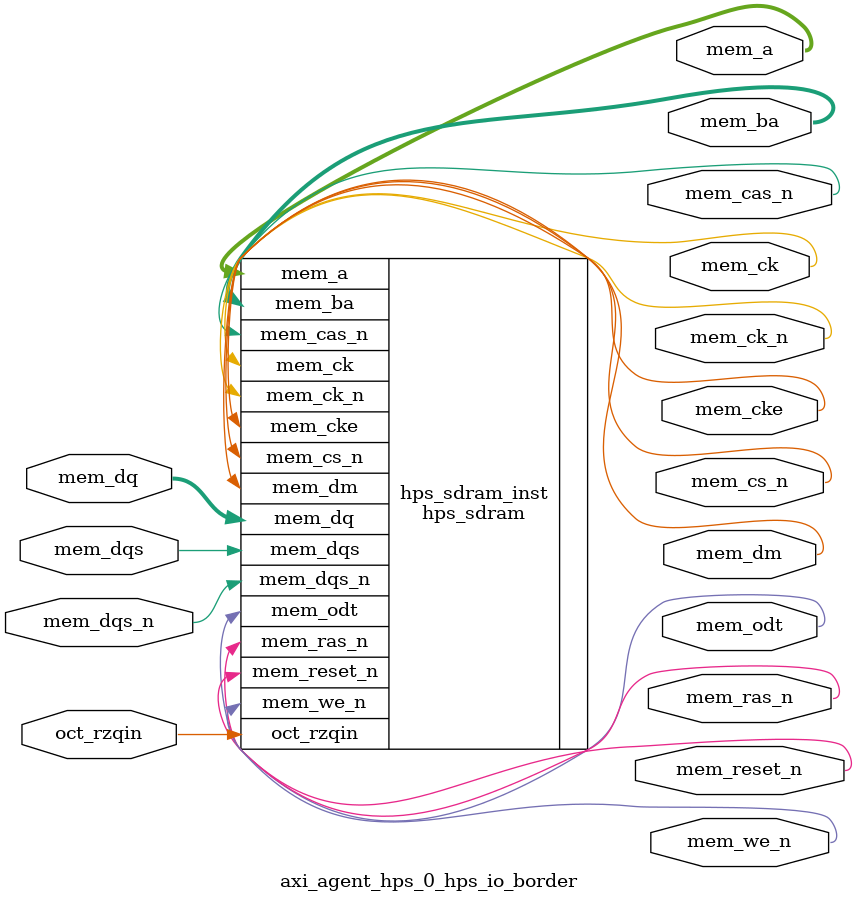
<source format=sv>


module axi_agent_hps_0_hps_io_border(
// memory
  output wire [13 - 1 : 0 ] mem_a
 ,output wire [3 - 1 : 0 ] mem_ba
 ,output wire [1 - 1 : 0 ] mem_ck
 ,output wire [1 - 1 : 0 ] mem_ck_n
 ,output wire [1 - 1 : 0 ] mem_cke
 ,output wire [1 - 1 : 0 ] mem_cs_n
 ,output wire [1 - 1 : 0 ] mem_ras_n
 ,output wire [1 - 1 : 0 ] mem_cas_n
 ,output wire [1 - 1 : 0 ] mem_we_n
 ,output wire [1 - 1 : 0 ] mem_reset_n
 ,inout wire [8 - 1 : 0 ] mem_dq
 ,inout wire [1 - 1 : 0 ] mem_dqs
 ,inout wire [1 - 1 : 0 ] mem_dqs_n
 ,output wire [1 - 1 : 0 ] mem_odt
 ,output wire [1 - 1 : 0 ] mem_dm
 ,input wire [1 - 1 : 0 ] oct_rzqin
);


hps_sdram hps_sdram_inst(
 .mem_dq({
    mem_dq[7:0] // 7:0
  })
,.mem_odt({
    mem_odt[0:0] // 0:0
  })
,.mem_ras_n({
    mem_ras_n[0:0] // 0:0
  })
,.mem_dqs_n({
    mem_dqs_n[0:0] // 0:0
  })
,.mem_dqs({
    mem_dqs[0:0] // 0:0
  })
,.mem_dm({
    mem_dm[0:0] // 0:0
  })
,.mem_we_n({
    mem_we_n[0:0] // 0:0
  })
,.mem_cas_n({
    mem_cas_n[0:0] // 0:0
  })
,.mem_ba({
    mem_ba[2:0] // 2:0
  })
,.mem_a({
    mem_a[12:0] // 12:0
  })
,.mem_cs_n({
    mem_cs_n[0:0] // 0:0
  })
,.mem_ck({
    mem_ck[0:0] // 0:0
  })
,.mem_cke({
    mem_cke[0:0] // 0:0
  })
,.oct_rzqin({
    oct_rzqin[0:0] // 0:0
  })
,.mem_reset_n({
    mem_reset_n[0:0] // 0:0
  })
,.mem_ck_n({
    mem_ck_n[0:0] // 0:0
  })
);

endmodule


</source>
